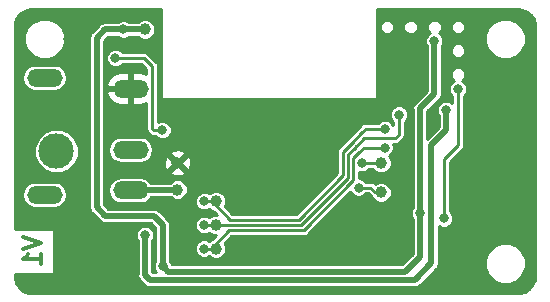
<source format=gbr>
G04 #@! TF.GenerationSoftware,KiCad,Pcbnew,5.0.1*
G04 #@! TF.CreationDate,2019-01-30T16:31:46+01:00*
G04 #@! TF.ProjectId,esp8266_rgb_strip_controller,657370383236365F736578795F737472,rev?*
G04 #@! TF.SameCoordinates,Original*
G04 #@! TF.FileFunction,Copper,L2,Bot,Signal*
G04 #@! TF.FilePolarity,Positive*
%FSLAX46Y46*%
G04 Gerber Fmt 4.6, Leading zero omitted, Abs format (unit mm)*
G04 Created by KiCad (PCBNEW 5.0.1) date Wed 30 Jan 2019 04:31:46 PM CET*
%MOMM*%
%LPD*%
G01*
G04 APERTURE LIST*
G04 #@! TA.AperFunction,NonConductor*
%ADD10C,0.300000*%
G04 #@! TD*
G04 #@! TA.AperFunction,ComponentPad*
%ADD11O,3.000000X1.500000*%
G04 #@! TD*
G04 #@! TA.AperFunction,ComponentPad*
%ADD12C,3.000000*%
G04 #@! TD*
G04 #@! TA.AperFunction,BGAPad,CuDef*
%ADD13C,1.000000*%
G04 #@! TD*
G04 #@! TA.AperFunction,ViaPad*
%ADD14C,0.800000*%
G04 #@! TD*
G04 #@! TA.AperFunction,Conductor*
%ADD15C,0.500000*%
G04 #@! TD*
G04 #@! TA.AperFunction,Conductor*
%ADD16C,0.250000*%
G04 #@! TD*
G04 APERTURE END LIST*
D10*
X96178571Y-78785714D02*
X97678571Y-79285714D01*
X96178571Y-79785714D01*
X97678571Y-81071428D02*
X97678571Y-80214285D01*
X97678571Y-80642857D02*
X96178571Y-80642857D01*
X96392857Y-80500000D01*
X96535714Y-80357142D01*
X96607142Y-80214285D01*
D11*
G04 #@! TO.P,J1,1*
G04 #@! TO.N,+12V*
X105300000Y-74800000D03*
G04 #@! TO.P,J1,2*
G04 #@! TO.N,GND*
X105300000Y-66200000D03*
G04 #@! TO.P,J1,3*
G04 #@! TO.N,N/C*
X105300000Y-71400000D03*
G04 #@! TO.P,J1,*
G04 #@! TO.N,*
X98000000Y-65300000D03*
X98000000Y-75200000D03*
D12*
X99000000Y-71500000D03*
G04 #@! TD*
D13*
G04 #@! TO.P,TP1,1*
G04 #@! TO.N,Net-(TP1-Pad1)*
X126500000Y-75000000D03*
G04 #@! TD*
G04 #@! TO.P,TP2,1*
G04 #@! TO.N,Net-(TP2-Pad1)*
X126500000Y-72500000D03*
G04 #@! TD*
G04 #@! TO.P,TP3,1*
G04 #@! TO.N,PWM1*
X112500000Y-77750000D03*
G04 #@! TD*
G04 #@! TO.P,TP4,1*
G04 #@! TO.N,PWM2*
X112500000Y-79750000D03*
G04 #@! TD*
G04 #@! TO.P,TP5,1*
G04 #@! TO.N,PWM0*
X112500000Y-75750000D03*
G04 #@! TD*
G04 #@! TO.P,TP6,1*
G04 #@! TO.N,+12V*
X109250000Y-74750000D03*
G04 #@! TD*
G04 #@! TO.P,TP7,1*
G04 #@! TO.N,+3V3*
X106500000Y-61200000D03*
G04 #@! TD*
G04 #@! TO.P,TP8,1*
G04 #@! TO.N,GND*
X109250000Y-72500000D03*
G04 #@! TD*
D14*
G04 #@! TO.N,+12V*
X106500000Y-78575000D03*
X132000000Y-68000000D03*
G04 #@! TO.N,GND*
X100000000Y-60000000D03*
X102000000Y-60000000D03*
X134000000Y-78500000D03*
X100000000Y-62000000D03*
X105300000Y-68100000D03*
X101000000Y-77500000D03*
X101000000Y-82500000D03*
X99000000Y-82500000D03*
X99000000Y-77500000D03*
X116000000Y-73500000D03*
X120000000Y-69500000D03*
X116000000Y-69500000D03*
X112000000Y-69500000D03*
X132000000Y-83000000D03*
X96000000Y-67000000D03*
X96000000Y-69000000D03*
X96000000Y-71000000D03*
X96000000Y-73000000D03*
X96000000Y-77000000D03*
X98000000Y-69000000D03*
X98000000Y-67000000D03*
X100000000Y-67000000D03*
X100000000Y-69000000D03*
X120000000Y-73500000D03*
X120000000Y-79500000D03*
X116000000Y-79500000D03*
X131750000Y-78500000D03*
X127987347Y-74487347D03*
G04 #@! TO.N,+3V3*
X108000000Y-81212500D03*
X129787500Y-76750000D03*
X131000000Y-62150000D03*
X104675000Y-61200000D03*
G04 #@! TO.N,PWM0*
X111500000Y-75750000D03*
X126800000Y-69600000D03*
G04 #@! TO.N,PWM2*
X111500000Y-79750000D03*
X126800000Y-71200000D03*
G04 #@! TO.N,PWM1*
X111500000Y-77750000D03*
X128000000Y-68400000D03*
G04 #@! TO.N,ADC*
X107975000Y-69737347D03*
X104000000Y-63600000D03*
G04 #@! TO.N,Net-(J4-Pad1)*
X133000000Y-66250000D03*
X131800000Y-77200000D03*
G04 #@! TO.N,Net-(TP1-Pad1)*
X124580858Y-74580858D03*
G04 #@! TO.N,Net-(TP2-Pad1)*
X124875020Y-72500000D03*
G04 #@! TD*
D15*
G04 #@! TO.N,+12V*
X109200000Y-74800000D02*
X109250000Y-74750000D01*
X105300000Y-74800000D02*
X109200000Y-74800000D01*
X106500000Y-78575000D02*
X106500000Y-82000000D01*
X106900020Y-82400020D02*
X129349980Y-82400020D01*
X106500000Y-82000000D02*
X106900020Y-82400020D01*
X129349980Y-82400020D02*
X130750000Y-81000000D01*
X132000000Y-69750000D02*
X130750000Y-71000000D01*
X132000000Y-68000000D02*
X132000000Y-69750000D01*
X130750000Y-81000000D02*
X130750000Y-71000000D01*
G04 #@! TO.N,+3V3*
X130949999Y-62200001D02*
X131000000Y-62150000D01*
X131000000Y-64000000D02*
X131000000Y-62150000D01*
X131000000Y-66658002D02*
X131000000Y-64000000D01*
X104675000Y-61200000D02*
X106500000Y-61200000D01*
X129787500Y-67870502D02*
X130750000Y-66908002D01*
X129787500Y-76750000D02*
X129787500Y-67870502D01*
X130400000Y-67258002D02*
X130750000Y-66908002D01*
X130750000Y-66908002D02*
X131000000Y-66658002D01*
X108487510Y-81700010D02*
X108000000Y-81212500D01*
X129787500Y-80462500D02*
X128549990Y-81700010D01*
X128549990Y-81700010D02*
X108487510Y-81700010D01*
X129787500Y-76750000D02*
X129787500Y-80462500D01*
X108000000Y-77750000D02*
X108000000Y-81212500D01*
X104675000Y-61200000D02*
X103100000Y-61200000D01*
X103100000Y-61200000D02*
X102400000Y-61900000D01*
X103150000Y-77000000D02*
X107250000Y-77000000D01*
X102400000Y-61900000D02*
X102400000Y-76250000D01*
X102400000Y-76250000D02*
X103150000Y-77000000D01*
X107250000Y-77000000D02*
X108000000Y-77750000D01*
D16*
G04 #@! TO.N,PWM0*
X113700000Y-77300000D02*
X119500000Y-77300000D01*
X124000000Y-70786388D02*
X124886388Y-69900000D01*
X112150000Y-75750000D02*
X113700000Y-77300000D01*
X111500000Y-75750000D02*
X112150000Y-75750000D01*
X119500000Y-77300000D02*
X123250000Y-73550000D01*
X123250000Y-73550000D02*
X123250000Y-71536388D01*
X123250000Y-71536388D02*
X124000000Y-70786388D01*
X125186388Y-69600000D02*
X124786388Y-70000000D01*
X126800000Y-69600000D02*
X125186388Y-69600000D01*
X124000000Y-70786388D02*
X124786388Y-70000000D01*
G04 #@! TO.N,PWM2*
X112065685Y-79750000D02*
X111500000Y-79750000D01*
X124150020Y-72099980D02*
X124150020Y-73986390D01*
X124150020Y-73986390D02*
X119936400Y-78200010D01*
X119936400Y-78200010D02*
X113615675Y-78200010D01*
X113615675Y-78200010D02*
X112065685Y-79750000D01*
X125050000Y-71200000D02*
X124650000Y-71600000D01*
X124850000Y-71400000D02*
X124650000Y-71600000D01*
X126800000Y-71200000D02*
X125050000Y-71200000D01*
X124650000Y-71600000D02*
X124150020Y-72099980D01*
G04 #@! TO.N,PWM1*
X111500000Y-77750000D02*
X119750000Y-77750000D01*
X119750000Y-77750000D02*
X123700010Y-73799990D01*
X123700010Y-73799990D02*
X123700010Y-72000000D01*
X123700010Y-72000000D02*
X123700010Y-71799990D01*
X123700010Y-71734305D02*
X123700010Y-72000000D01*
X128000000Y-68400000D02*
X128000000Y-70100000D01*
X127700000Y-70400000D02*
X126800000Y-70400000D01*
X128000000Y-70100000D02*
X127700000Y-70400000D01*
X125078596Y-70400000D02*
X124200000Y-71278596D01*
X126800000Y-70400000D02*
X125078596Y-70400000D01*
X124395950Y-71100000D02*
X124200000Y-71278596D01*
X124200000Y-71278596D02*
X123700010Y-71734305D01*
G04 #@! TO.N,ADC*
X106400000Y-63600000D02*
X104000000Y-63600000D01*
X107125010Y-64325010D02*
X106400000Y-63600000D01*
X107125010Y-69599704D02*
X107125010Y-64325010D01*
X107975000Y-69737347D02*
X107262653Y-69737347D01*
X107262653Y-69737347D02*
X107125010Y-69599704D01*
G04 #@! TO.N,Net-(J4-Pad1)*
X131800000Y-77200000D02*
X131795001Y-76795001D01*
X133000000Y-66250000D02*
X133000000Y-71000000D01*
X131800000Y-72200000D02*
X131800000Y-77200000D01*
X133000000Y-71000000D02*
X131800000Y-72200000D01*
G04 #@! TO.N,Net-(TP1-Pad1)*
X125580858Y-74580858D02*
X126000000Y-75000000D01*
X124580858Y-74580858D02*
X125580858Y-74580858D01*
G04 #@! TO.N,Net-(TP2-Pad1)*
X124875020Y-72500000D02*
X126000000Y-72500000D01*
G04 #@! TD*
G04 #@! TO.N,GND*
G36*
X96953221Y-59475000D02*
X107875000Y-59475000D01*
X107875000Y-67000000D01*
X107884515Y-67047835D01*
X107911612Y-67088388D01*
X107952165Y-67115485D01*
X108000000Y-67125000D01*
X126000000Y-67125000D01*
X126047835Y-67115485D01*
X126088388Y-67088388D01*
X126115485Y-67047835D01*
X126125000Y-67000000D01*
X126125000Y-60875680D01*
X126375000Y-60875680D01*
X126375000Y-61124320D01*
X126470151Y-61354034D01*
X126645966Y-61529849D01*
X126875680Y-61625000D01*
X127124320Y-61625000D01*
X127354034Y-61529849D01*
X127529849Y-61354034D01*
X127625000Y-61124320D01*
X127625000Y-60875680D01*
X128375000Y-60875680D01*
X128375000Y-61124320D01*
X128470151Y-61354034D01*
X128645966Y-61529849D01*
X128875680Y-61625000D01*
X129124320Y-61625000D01*
X129354034Y-61529849D01*
X129529849Y-61354034D01*
X129625000Y-61124320D01*
X129625000Y-60875680D01*
X129529849Y-60645966D01*
X129354034Y-60470151D01*
X129124320Y-60375000D01*
X128875680Y-60375000D01*
X128645966Y-60470151D01*
X128470151Y-60645966D01*
X128375000Y-60875680D01*
X127625000Y-60875680D01*
X127529849Y-60645966D01*
X127354034Y-60470151D01*
X127124320Y-60375000D01*
X126875680Y-60375000D01*
X126645966Y-60470151D01*
X126470151Y-60645966D01*
X126375000Y-60875680D01*
X126125000Y-60875680D01*
X126125000Y-59475000D01*
X138046779Y-59475000D01*
X138086851Y-59467029D01*
X138433745Y-59516708D01*
X138832621Y-59698066D01*
X139164564Y-59984087D01*
X139402887Y-60351776D01*
X139532892Y-60786480D01*
X139539766Y-60878988D01*
X139525000Y-60953222D01*
X139525001Y-82046779D01*
X139532971Y-82086848D01*
X139483292Y-82433746D01*
X139301935Y-82832620D01*
X139015912Y-83164565D01*
X138648228Y-83402886D01*
X138213520Y-83532892D01*
X138121012Y-83539766D01*
X138046779Y-83525000D01*
X96953221Y-83525000D01*
X96913149Y-83532971D01*
X96566254Y-83483292D01*
X96167380Y-83301935D01*
X95835435Y-83015912D01*
X95597114Y-82648228D01*
X95467108Y-82213520D01*
X95460234Y-82121012D01*
X95475000Y-82046779D01*
X95475000Y-81882143D01*
X98770000Y-81882143D01*
X98770000Y-78117857D01*
X95475000Y-78117857D01*
X95475000Y-75200000D01*
X96102960Y-75200000D01*
X96190273Y-75638953D01*
X96438920Y-76011080D01*
X96811047Y-76259727D01*
X97139197Y-76325000D01*
X98860803Y-76325000D01*
X99188953Y-76259727D01*
X99561080Y-76011080D01*
X99809727Y-75638953D01*
X99897040Y-75200000D01*
X99809727Y-74761047D01*
X99561080Y-74388920D01*
X99188953Y-74140273D01*
X98860803Y-74075000D01*
X97139197Y-74075000D01*
X96811047Y-74140273D01*
X96438920Y-74388920D01*
X96190273Y-74761047D01*
X96102960Y-75200000D01*
X95475000Y-75200000D01*
X95475000Y-71127039D01*
X97125000Y-71127039D01*
X97125000Y-71872961D01*
X97410452Y-72562102D01*
X97937898Y-73089548D01*
X98627039Y-73375000D01*
X99372961Y-73375000D01*
X100062102Y-73089548D01*
X100589548Y-72562102D01*
X100875000Y-71872961D01*
X100875000Y-71127039D01*
X100589548Y-70437898D01*
X100062102Y-69910452D01*
X99372961Y-69625000D01*
X98627039Y-69625000D01*
X97937898Y-69910452D01*
X97410452Y-70437898D01*
X97125000Y-71127039D01*
X95475000Y-71127039D01*
X95475000Y-65300000D01*
X96102960Y-65300000D01*
X96190273Y-65738953D01*
X96438920Y-66111080D01*
X96811047Y-66359727D01*
X97139197Y-66425000D01*
X98860803Y-66425000D01*
X99188953Y-66359727D01*
X99561080Y-66111080D01*
X99809727Y-65738953D01*
X99897040Y-65300000D01*
X99809727Y-64861047D01*
X99561080Y-64488920D01*
X99188953Y-64240273D01*
X98860803Y-64175000D01*
X97139197Y-64175000D01*
X96811047Y-64240273D01*
X96438920Y-64488920D01*
X96190273Y-64861047D01*
X96102960Y-65300000D01*
X95475000Y-65300000D01*
X95475000Y-61656876D01*
X96275000Y-61656876D01*
X96275000Y-62343124D01*
X96537615Y-62977134D01*
X97022866Y-63462385D01*
X97656876Y-63725000D01*
X98343124Y-63725000D01*
X98977134Y-63462385D01*
X99462385Y-62977134D01*
X99725000Y-62343124D01*
X99725000Y-61900000D01*
X101762756Y-61900000D01*
X101775000Y-61961555D01*
X101775001Y-76188440D01*
X101762756Y-76250000D01*
X101811263Y-76493862D01*
X101811264Y-76493863D01*
X101949401Y-76700600D01*
X102001588Y-76735470D01*
X102664529Y-77398412D01*
X102699400Y-77450600D01*
X102906137Y-77588737D01*
X103088445Y-77625000D01*
X103149999Y-77637244D01*
X103211553Y-77625000D01*
X106991118Y-77625000D01*
X107375000Y-78008883D01*
X107375001Y-80741484D01*
X107342987Y-80773498D01*
X107225000Y-81058343D01*
X107225000Y-81366657D01*
X107342987Y-81651502D01*
X107466505Y-81775020D01*
X107158903Y-81775020D01*
X107125000Y-81741118D01*
X107125000Y-79046015D01*
X107157013Y-79014002D01*
X107275000Y-78729157D01*
X107275000Y-78420843D01*
X107157013Y-78135998D01*
X106939002Y-77917987D01*
X106654157Y-77800000D01*
X106345843Y-77800000D01*
X106060998Y-77917987D01*
X105842987Y-78135998D01*
X105725000Y-78420843D01*
X105725000Y-78729157D01*
X105842987Y-79014002D01*
X105875000Y-79046015D01*
X105875001Y-81938440D01*
X105862756Y-82000000D01*
X105911263Y-82243862D01*
X105927229Y-82267756D01*
X106049401Y-82450600D01*
X106101588Y-82485470D01*
X106414549Y-82798432D01*
X106449420Y-82850620D01*
X106633841Y-82973846D01*
X106656157Y-82988757D01*
X106900020Y-83037264D01*
X106961575Y-83025020D01*
X129288425Y-83025020D01*
X129349980Y-83037264D01*
X129411535Y-83025020D01*
X129593843Y-82988757D01*
X129800580Y-82850620D01*
X129835452Y-82798430D01*
X131148413Y-81485470D01*
X131200600Y-81450600D01*
X131338737Y-81243863D01*
X131375000Y-81061555D01*
X131375000Y-81061554D01*
X131387244Y-81000001D01*
X131375000Y-80938447D01*
X131375000Y-80656876D01*
X135275000Y-80656876D01*
X135275000Y-81343124D01*
X135537615Y-81977134D01*
X136022866Y-82462385D01*
X136656876Y-82725000D01*
X137343124Y-82725000D01*
X137977134Y-82462385D01*
X138462385Y-81977134D01*
X138725000Y-81343124D01*
X138725000Y-80656876D01*
X138462385Y-80022866D01*
X137977134Y-79537615D01*
X137343124Y-79275000D01*
X136656876Y-79275000D01*
X136022866Y-79537615D01*
X135537615Y-80022866D01*
X135275000Y-80656876D01*
X131375000Y-80656876D01*
X131375000Y-77862813D01*
X131645843Y-77975000D01*
X131954157Y-77975000D01*
X132239002Y-77857013D01*
X132457013Y-77639002D01*
X132575000Y-77354157D01*
X132575000Y-77045843D01*
X132457013Y-76760998D01*
X132300000Y-76603985D01*
X132300000Y-72407106D01*
X133318732Y-71388375D01*
X133360480Y-71360480D01*
X133470989Y-71195090D01*
X133500000Y-71049243D01*
X133500000Y-71049242D01*
X133509795Y-71000001D01*
X133500000Y-70950760D01*
X133500000Y-66846015D01*
X133657013Y-66689002D01*
X133775000Y-66404157D01*
X133775000Y-66095843D01*
X133657013Y-65810998D01*
X133439002Y-65592987D01*
X133320304Y-65543821D01*
X133354034Y-65529849D01*
X133529849Y-65354034D01*
X133625000Y-65124320D01*
X133625000Y-64875680D01*
X133529849Y-64645966D01*
X133354034Y-64470151D01*
X133124320Y-64375000D01*
X132875680Y-64375000D01*
X132645966Y-64470151D01*
X132470151Y-64645966D01*
X132375000Y-64875680D01*
X132375000Y-65124320D01*
X132470151Y-65354034D01*
X132645966Y-65529849D01*
X132679696Y-65543821D01*
X132560998Y-65592987D01*
X132342987Y-65810998D01*
X132225000Y-66095843D01*
X132225000Y-66404157D01*
X132342987Y-66689002D01*
X132500000Y-66846015D01*
X132500000Y-67403985D01*
X132439002Y-67342987D01*
X132154157Y-67225000D01*
X131845843Y-67225000D01*
X131560998Y-67342987D01*
X131342987Y-67560998D01*
X131225000Y-67845843D01*
X131225000Y-68154157D01*
X131342987Y-68439002D01*
X131375000Y-68471015D01*
X131375001Y-69491116D01*
X130412500Y-70453618D01*
X130412500Y-68129384D01*
X131235468Y-67306418D01*
X131235472Y-67306413D01*
X131398412Y-67143473D01*
X131450600Y-67108602D01*
X131588737Y-66901865D01*
X131625000Y-66719557D01*
X131625000Y-66719556D01*
X131637244Y-66658003D01*
X131625000Y-66596449D01*
X131625000Y-62875680D01*
X132375000Y-62875680D01*
X132375000Y-63124320D01*
X132470151Y-63354034D01*
X132645966Y-63529849D01*
X132875680Y-63625000D01*
X133124320Y-63625000D01*
X133354034Y-63529849D01*
X133529849Y-63354034D01*
X133625000Y-63124320D01*
X133625000Y-62875680D01*
X133529849Y-62645966D01*
X133354034Y-62470151D01*
X133124320Y-62375000D01*
X132875680Y-62375000D01*
X132645966Y-62470151D01*
X132470151Y-62645966D01*
X132375000Y-62875680D01*
X131625000Y-62875680D01*
X131625000Y-62621015D01*
X131657013Y-62589002D01*
X131775000Y-62304157D01*
X131775000Y-61995843D01*
X131657013Y-61710998D01*
X131602891Y-61656876D01*
X135275000Y-61656876D01*
X135275000Y-62343124D01*
X135537615Y-62977134D01*
X136022866Y-63462385D01*
X136656876Y-63725000D01*
X137343124Y-63725000D01*
X137977134Y-63462385D01*
X138462385Y-62977134D01*
X138725000Y-62343124D01*
X138725000Y-61656876D01*
X138462385Y-61022866D01*
X137977134Y-60537615D01*
X137343124Y-60275000D01*
X136656876Y-60275000D01*
X136022866Y-60537615D01*
X135537615Y-61022866D01*
X135275000Y-61656876D01*
X131602891Y-61656876D01*
X131439002Y-61492987D01*
X131404986Y-61478897D01*
X131529849Y-61354034D01*
X131625000Y-61124320D01*
X131625000Y-60875680D01*
X132375000Y-60875680D01*
X132375000Y-61124320D01*
X132470151Y-61354034D01*
X132645966Y-61529849D01*
X132875680Y-61625000D01*
X133124320Y-61625000D01*
X133354034Y-61529849D01*
X133529849Y-61354034D01*
X133625000Y-61124320D01*
X133625000Y-60875680D01*
X133529849Y-60645966D01*
X133354034Y-60470151D01*
X133124320Y-60375000D01*
X132875680Y-60375000D01*
X132645966Y-60470151D01*
X132470151Y-60645966D01*
X132375000Y-60875680D01*
X131625000Y-60875680D01*
X131529849Y-60645966D01*
X131354034Y-60470151D01*
X131124320Y-60375000D01*
X130875680Y-60375000D01*
X130645966Y-60470151D01*
X130470151Y-60645966D01*
X130375000Y-60875680D01*
X130375000Y-61124320D01*
X130470151Y-61354034D01*
X130595014Y-61478897D01*
X130560998Y-61492987D01*
X130342987Y-61710998D01*
X130225000Y-61995843D01*
X130225000Y-62304157D01*
X130342987Y-62589002D01*
X130375001Y-62621016D01*
X130375000Y-64061554D01*
X130375001Y-64061559D01*
X130375000Y-66399120D01*
X130351589Y-66422530D01*
X130351584Y-66422534D01*
X129389088Y-67385032D01*
X129336901Y-67419902D01*
X129242624Y-67560998D01*
X129198763Y-67626640D01*
X129150256Y-67870502D01*
X129162501Y-67932062D01*
X129162500Y-76278985D01*
X129130487Y-76310998D01*
X129012500Y-76595843D01*
X129012500Y-76904157D01*
X129130487Y-77189002D01*
X129162500Y-77221015D01*
X129162501Y-80203615D01*
X128291108Y-81075010D01*
X108775000Y-81075010D01*
X108775000Y-81058343D01*
X108657013Y-80773498D01*
X108625000Y-80741485D01*
X108625000Y-77811553D01*
X108637244Y-77749999D01*
X108624986Y-77688373D01*
X108588737Y-77506137D01*
X108450600Y-77299400D01*
X108398413Y-77264530D01*
X107735472Y-76601590D01*
X107700600Y-76549400D01*
X107493863Y-76411263D01*
X107311555Y-76375000D01*
X107250000Y-76362756D01*
X107188445Y-76375000D01*
X103408883Y-76375000D01*
X103025000Y-75991118D01*
X103025000Y-74800000D01*
X103402960Y-74800000D01*
X103490273Y-75238953D01*
X103738920Y-75611080D01*
X104111047Y-75859727D01*
X104439197Y-75925000D01*
X106160803Y-75925000D01*
X106488953Y-75859727D01*
X106861080Y-75611080D01*
X106985415Y-75425000D01*
X108687563Y-75425000D01*
X108754352Y-75491789D01*
X109075952Y-75625000D01*
X109424048Y-75625000D01*
X109494439Y-75595843D01*
X110725000Y-75595843D01*
X110725000Y-75904157D01*
X110842987Y-76189002D01*
X111060998Y-76407013D01*
X111345843Y-76525000D01*
X111654157Y-76525000D01*
X111925266Y-76412703D01*
X112004352Y-76491789D01*
X112312196Y-76619302D01*
X112567894Y-76875000D01*
X112325952Y-76875000D01*
X112004352Y-77008211D01*
X111925266Y-77087297D01*
X111654157Y-76975000D01*
X111345843Y-76975000D01*
X111060998Y-77092987D01*
X110842987Y-77310998D01*
X110725000Y-77595843D01*
X110725000Y-77904157D01*
X110842987Y-78189002D01*
X111060998Y-78407013D01*
X111345843Y-78525000D01*
X111654157Y-78525000D01*
X111925266Y-78412703D01*
X112004352Y-78491789D01*
X112325952Y-78625000D01*
X112483579Y-78625000D01*
X112168261Y-78940318D01*
X112004352Y-79008211D01*
X111925266Y-79087297D01*
X111654157Y-78975000D01*
X111345843Y-78975000D01*
X111060998Y-79092987D01*
X110842987Y-79310998D01*
X110725000Y-79595843D01*
X110725000Y-79904157D01*
X110842987Y-80189002D01*
X111060998Y-80407013D01*
X111345843Y-80525000D01*
X111654157Y-80525000D01*
X111925266Y-80412703D01*
X112004352Y-80491789D01*
X112325952Y-80625000D01*
X112674048Y-80625000D01*
X112995648Y-80491789D01*
X113241789Y-80245648D01*
X113375000Y-79924048D01*
X113375000Y-79575952D01*
X113249595Y-79273197D01*
X113822782Y-78700010D01*
X119887159Y-78700010D01*
X119936400Y-78709805D01*
X119985641Y-78700010D01*
X119985643Y-78700010D01*
X120131490Y-78670999D01*
X120296880Y-78560490D01*
X120324777Y-78518739D01*
X123894501Y-74949016D01*
X123923845Y-75019860D01*
X124141856Y-75237871D01*
X124426701Y-75355858D01*
X124735015Y-75355858D01*
X125019860Y-75237871D01*
X125176873Y-75080858D01*
X125373752Y-75080858D01*
X125681266Y-75388373D01*
X125726217Y-75418408D01*
X125758211Y-75495648D01*
X126004352Y-75741789D01*
X126325952Y-75875000D01*
X126674048Y-75875000D01*
X126995648Y-75741789D01*
X127241789Y-75495648D01*
X127375000Y-75174048D01*
X127375000Y-74825952D01*
X127241789Y-74504352D01*
X126995648Y-74258211D01*
X126674048Y-74125000D01*
X126325952Y-74125000D01*
X126004352Y-74258211D01*
X125984835Y-74277728D01*
X125969234Y-74262128D01*
X125941338Y-74220378D01*
X125775948Y-74109869D01*
X125630101Y-74080858D01*
X125630099Y-74080858D01*
X125580858Y-74071063D01*
X125531617Y-74080858D01*
X125176873Y-74080858D01*
X125019860Y-73923845D01*
X124735015Y-73805858D01*
X124650020Y-73805858D01*
X124650020Y-73245656D01*
X124720863Y-73275000D01*
X125029177Y-73275000D01*
X125314022Y-73157013D01*
X125471035Y-73000000D01*
X125762563Y-73000000D01*
X126004352Y-73241789D01*
X126325952Y-73375000D01*
X126674048Y-73375000D01*
X126995648Y-73241789D01*
X127241789Y-72995648D01*
X127375000Y-72674048D01*
X127375000Y-72325952D01*
X127241789Y-72004352D01*
X127136788Y-71899351D01*
X127239002Y-71857013D01*
X127457013Y-71639002D01*
X127575000Y-71354157D01*
X127575000Y-71045843D01*
X127514590Y-70900000D01*
X127650759Y-70900000D01*
X127700000Y-70909795D01*
X127749241Y-70900000D01*
X127749243Y-70900000D01*
X127895090Y-70870989D01*
X128060480Y-70760480D01*
X128088377Y-70718729D01*
X128318729Y-70488377D01*
X128360480Y-70460480D01*
X128470989Y-70295090D01*
X128500000Y-70149243D01*
X128500000Y-70149242D01*
X128509795Y-70100001D01*
X128500000Y-70050759D01*
X128500000Y-68996015D01*
X128657013Y-68839002D01*
X128775000Y-68554157D01*
X128775000Y-68245843D01*
X128657013Y-67960998D01*
X128439002Y-67742987D01*
X128154157Y-67625000D01*
X127845843Y-67625000D01*
X127560998Y-67742987D01*
X127342987Y-67960998D01*
X127225000Y-68245843D01*
X127225000Y-68554157D01*
X127342987Y-68839002D01*
X127500000Y-68996015D01*
X127500001Y-69264779D01*
X127457013Y-69160998D01*
X127239002Y-68942987D01*
X126954157Y-68825000D01*
X126645843Y-68825000D01*
X126360998Y-68942987D01*
X126203985Y-69100000D01*
X125235628Y-69100000D01*
X125186387Y-69090205D01*
X125137146Y-69100000D01*
X125137145Y-69100000D01*
X124991298Y-69129011D01*
X124825908Y-69239520D01*
X124798013Y-69281268D01*
X124567656Y-69511626D01*
X124567654Y-69511627D01*
X124467654Y-69611627D01*
X124008589Y-70070693D01*
X123681269Y-70398013D01*
X123681266Y-70398015D01*
X122931268Y-71148014D01*
X122889521Y-71175908D01*
X122820908Y-71278596D01*
X122779012Y-71341298D01*
X122740205Y-71536388D01*
X122750001Y-71585634D01*
X122750000Y-73342893D01*
X119292894Y-76800000D01*
X113907107Y-76800000D01*
X113274290Y-76167184D01*
X113375000Y-75924048D01*
X113375000Y-75575952D01*
X113241789Y-75254352D01*
X112995648Y-75008211D01*
X112674048Y-74875000D01*
X112325952Y-74875000D01*
X112004352Y-75008211D01*
X111925266Y-75087297D01*
X111654157Y-74975000D01*
X111345843Y-74975000D01*
X111060998Y-75092987D01*
X110842987Y-75310998D01*
X110725000Y-75595843D01*
X109494439Y-75595843D01*
X109745648Y-75491789D01*
X109991789Y-75245648D01*
X110125000Y-74924048D01*
X110125000Y-74575952D01*
X109991789Y-74254352D01*
X109745648Y-74008211D01*
X109424048Y-73875000D01*
X109075952Y-73875000D01*
X108754352Y-74008211D01*
X108587563Y-74175000D01*
X106985415Y-74175000D01*
X106861080Y-73988920D01*
X106488953Y-73740273D01*
X106160803Y-73675000D01*
X104439197Y-73675000D01*
X104111047Y-73740273D01*
X103738920Y-73988920D01*
X103490273Y-74361047D01*
X103402960Y-74800000D01*
X103025000Y-74800000D01*
X103025000Y-73290238D01*
X108642195Y-73290238D01*
X108679602Y-73504553D01*
X109107447Y-73646368D01*
X109556994Y-73613659D01*
X109820398Y-73504553D01*
X109857805Y-73290238D01*
X109250000Y-72682434D01*
X108642195Y-73290238D01*
X103025000Y-73290238D01*
X103025000Y-71400000D01*
X103402960Y-71400000D01*
X103490273Y-71838953D01*
X103738920Y-72211080D01*
X104111047Y-72459727D01*
X104439197Y-72525000D01*
X106160803Y-72525000D01*
X106488953Y-72459727D01*
X106642026Y-72357447D01*
X108103632Y-72357447D01*
X108136341Y-72806994D01*
X108245447Y-73070398D01*
X108459762Y-73107805D01*
X109067566Y-72500000D01*
X109432434Y-72500000D01*
X110040238Y-73107805D01*
X110254553Y-73070398D01*
X110396368Y-72642553D01*
X110363659Y-72193006D01*
X110254553Y-71929602D01*
X110040238Y-71892195D01*
X109432434Y-72500000D01*
X109067566Y-72500000D01*
X108459762Y-71892195D01*
X108245447Y-71929602D01*
X108103632Y-72357447D01*
X106642026Y-72357447D01*
X106861080Y-72211080D01*
X107109727Y-71838953D01*
X107135424Y-71709762D01*
X108642195Y-71709762D01*
X109250000Y-72317566D01*
X109857805Y-71709762D01*
X109820398Y-71495447D01*
X109392553Y-71353632D01*
X108943006Y-71386341D01*
X108679602Y-71495447D01*
X108642195Y-71709762D01*
X107135424Y-71709762D01*
X107197040Y-71400000D01*
X107109727Y-70961047D01*
X106861080Y-70588920D01*
X106488953Y-70340273D01*
X106160803Y-70275000D01*
X104439197Y-70275000D01*
X104111047Y-70340273D01*
X103738920Y-70588920D01*
X103490273Y-70961047D01*
X103402960Y-71400000D01*
X103025000Y-71400000D01*
X103025000Y-66542818D01*
X103210162Y-66542818D01*
X103222908Y-66610071D01*
X103480854Y-67086712D01*
X103901568Y-67428359D01*
X104421000Y-67583000D01*
X105171000Y-67583000D01*
X105171000Y-66329000D01*
X103332063Y-66329000D01*
X103210162Y-66542818D01*
X103025000Y-66542818D01*
X103025000Y-65857182D01*
X103210162Y-65857182D01*
X103332063Y-66071000D01*
X105171000Y-66071000D01*
X105171000Y-64817000D01*
X104421000Y-64817000D01*
X103901568Y-64971641D01*
X103480854Y-65313288D01*
X103222908Y-65789929D01*
X103210162Y-65857182D01*
X103025000Y-65857182D01*
X103025000Y-63445843D01*
X103225000Y-63445843D01*
X103225000Y-63754157D01*
X103342987Y-64039002D01*
X103560998Y-64257013D01*
X103845843Y-64375000D01*
X104154157Y-64375000D01*
X104439002Y-64257013D01*
X104596015Y-64100000D01*
X106192894Y-64100000D01*
X106625011Y-64532118D01*
X106625011Y-64949783D01*
X106179000Y-64817000D01*
X105429000Y-64817000D01*
X105429000Y-66071000D01*
X105449000Y-66071000D01*
X105449000Y-66329000D01*
X105429000Y-66329000D01*
X105429000Y-67583000D01*
X106179000Y-67583000D01*
X106625010Y-67450217D01*
X106625010Y-69550463D01*
X106615215Y-69599704D01*
X106625010Y-69648945D01*
X106625010Y-69648946D01*
X106654021Y-69794793D01*
X106764530Y-69960184D01*
X106806281Y-69988081D01*
X106874276Y-70056076D01*
X106902173Y-70097827D01*
X107067563Y-70208336D01*
X107213410Y-70237347D01*
X107213411Y-70237347D01*
X107262653Y-70247142D01*
X107311896Y-70237347D01*
X107378985Y-70237347D01*
X107535998Y-70394360D01*
X107820843Y-70512347D01*
X108129157Y-70512347D01*
X108414002Y-70394360D01*
X108632013Y-70176349D01*
X108750000Y-69891504D01*
X108750000Y-69583190D01*
X108632013Y-69298345D01*
X108414002Y-69080334D01*
X108129157Y-68962347D01*
X107820843Y-68962347D01*
X107625010Y-69043464D01*
X107625010Y-64374251D01*
X107634805Y-64325010D01*
X107625010Y-64275767D01*
X107595999Y-64129920D01*
X107485490Y-63964530D01*
X107443742Y-63936635D01*
X106788376Y-63281270D01*
X106760480Y-63239520D01*
X106595090Y-63129011D01*
X106449243Y-63100000D01*
X106449241Y-63100000D01*
X106400000Y-63090205D01*
X106350759Y-63100000D01*
X104596015Y-63100000D01*
X104439002Y-62942987D01*
X104154157Y-62825000D01*
X103845843Y-62825000D01*
X103560998Y-62942987D01*
X103342987Y-63160998D01*
X103225000Y-63445843D01*
X103025000Y-63445843D01*
X103025000Y-62158883D01*
X103358883Y-61825000D01*
X104203985Y-61825000D01*
X104235998Y-61857013D01*
X104520843Y-61975000D01*
X104829157Y-61975000D01*
X105114002Y-61857013D01*
X105146015Y-61825000D01*
X105887563Y-61825000D01*
X106004352Y-61941789D01*
X106325952Y-62075000D01*
X106674048Y-62075000D01*
X106995648Y-61941789D01*
X107241789Y-61695648D01*
X107375000Y-61374048D01*
X107375000Y-61025952D01*
X107241789Y-60704352D01*
X106995648Y-60458211D01*
X106674048Y-60325000D01*
X106325952Y-60325000D01*
X106004352Y-60458211D01*
X105887563Y-60575000D01*
X105146015Y-60575000D01*
X105114002Y-60542987D01*
X104829157Y-60425000D01*
X104520843Y-60425000D01*
X104235998Y-60542987D01*
X104203985Y-60575000D01*
X103161553Y-60575000D01*
X103099999Y-60562756D01*
X103038445Y-60575000D01*
X102856137Y-60611263D01*
X102649400Y-60749400D01*
X102614531Y-60801585D01*
X102001590Y-61414528D01*
X101949400Y-61449400D01*
X101849831Y-61598417D01*
X101811263Y-61656138D01*
X101762756Y-61900000D01*
X99725000Y-61900000D01*
X99725000Y-61656876D01*
X99462385Y-61022866D01*
X98977134Y-60537615D01*
X98343124Y-60275000D01*
X97656876Y-60275000D01*
X97022866Y-60537615D01*
X96537615Y-61022866D01*
X96275000Y-61656876D01*
X95475000Y-61656876D01*
X95475000Y-60953221D01*
X95467029Y-60913149D01*
X95516708Y-60566255D01*
X95698066Y-60167379D01*
X95984087Y-59835436D01*
X96351776Y-59597113D01*
X96786480Y-59467108D01*
X96878988Y-59460234D01*
X96953221Y-59475000D01*
X96953221Y-59475000D01*
G37*
X96953221Y-59475000D02*
X107875000Y-59475000D01*
X107875000Y-67000000D01*
X107884515Y-67047835D01*
X107911612Y-67088388D01*
X107952165Y-67115485D01*
X108000000Y-67125000D01*
X126000000Y-67125000D01*
X126047835Y-67115485D01*
X126088388Y-67088388D01*
X126115485Y-67047835D01*
X126125000Y-67000000D01*
X126125000Y-60875680D01*
X126375000Y-60875680D01*
X126375000Y-61124320D01*
X126470151Y-61354034D01*
X126645966Y-61529849D01*
X126875680Y-61625000D01*
X127124320Y-61625000D01*
X127354034Y-61529849D01*
X127529849Y-61354034D01*
X127625000Y-61124320D01*
X127625000Y-60875680D01*
X128375000Y-60875680D01*
X128375000Y-61124320D01*
X128470151Y-61354034D01*
X128645966Y-61529849D01*
X128875680Y-61625000D01*
X129124320Y-61625000D01*
X129354034Y-61529849D01*
X129529849Y-61354034D01*
X129625000Y-61124320D01*
X129625000Y-60875680D01*
X129529849Y-60645966D01*
X129354034Y-60470151D01*
X129124320Y-60375000D01*
X128875680Y-60375000D01*
X128645966Y-60470151D01*
X128470151Y-60645966D01*
X128375000Y-60875680D01*
X127625000Y-60875680D01*
X127529849Y-60645966D01*
X127354034Y-60470151D01*
X127124320Y-60375000D01*
X126875680Y-60375000D01*
X126645966Y-60470151D01*
X126470151Y-60645966D01*
X126375000Y-60875680D01*
X126125000Y-60875680D01*
X126125000Y-59475000D01*
X138046779Y-59475000D01*
X138086851Y-59467029D01*
X138433745Y-59516708D01*
X138832621Y-59698066D01*
X139164564Y-59984087D01*
X139402887Y-60351776D01*
X139532892Y-60786480D01*
X139539766Y-60878988D01*
X139525000Y-60953222D01*
X139525001Y-82046779D01*
X139532971Y-82086848D01*
X139483292Y-82433746D01*
X139301935Y-82832620D01*
X139015912Y-83164565D01*
X138648228Y-83402886D01*
X138213520Y-83532892D01*
X138121012Y-83539766D01*
X138046779Y-83525000D01*
X96953221Y-83525000D01*
X96913149Y-83532971D01*
X96566254Y-83483292D01*
X96167380Y-83301935D01*
X95835435Y-83015912D01*
X95597114Y-82648228D01*
X95467108Y-82213520D01*
X95460234Y-82121012D01*
X95475000Y-82046779D01*
X95475000Y-81882143D01*
X98770000Y-81882143D01*
X98770000Y-78117857D01*
X95475000Y-78117857D01*
X95475000Y-75200000D01*
X96102960Y-75200000D01*
X96190273Y-75638953D01*
X96438920Y-76011080D01*
X96811047Y-76259727D01*
X97139197Y-76325000D01*
X98860803Y-76325000D01*
X99188953Y-76259727D01*
X99561080Y-76011080D01*
X99809727Y-75638953D01*
X99897040Y-75200000D01*
X99809727Y-74761047D01*
X99561080Y-74388920D01*
X99188953Y-74140273D01*
X98860803Y-74075000D01*
X97139197Y-74075000D01*
X96811047Y-74140273D01*
X96438920Y-74388920D01*
X96190273Y-74761047D01*
X96102960Y-75200000D01*
X95475000Y-75200000D01*
X95475000Y-71127039D01*
X97125000Y-71127039D01*
X97125000Y-71872961D01*
X97410452Y-72562102D01*
X97937898Y-73089548D01*
X98627039Y-73375000D01*
X99372961Y-73375000D01*
X100062102Y-73089548D01*
X100589548Y-72562102D01*
X100875000Y-71872961D01*
X100875000Y-71127039D01*
X100589548Y-70437898D01*
X100062102Y-69910452D01*
X99372961Y-69625000D01*
X98627039Y-69625000D01*
X97937898Y-69910452D01*
X97410452Y-70437898D01*
X97125000Y-71127039D01*
X95475000Y-71127039D01*
X95475000Y-65300000D01*
X96102960Y-65300000D01*
X96190273Y-65738953D01*
X96438920Y-66111080D01*
X96811047Y-66359727D01*
X97139197Y-66425000D01*
X98860803Y-66425000D01*
X99188953Y-66359727D01*
X99561080Y-66111080D01*
X99809727Y-65738953D01*
X99897040Y-65300000D01*
X99809727Y-64861047D01*
X99561080Y-64488920D01*
X99188953Y-64240273D01*
X98860803Y-64175000D01*
X97139197Y-64175000D01*
X96811047Y-64240273D01*
X96438920Y-64488920D01*
X96190273Y-64861047D01*
X96102960Y-65300000D01*
X95475000Y-65300000D01*
X95475000Y-61656876D01*
X96275000Y-61656876D01*
X96275000Y-62343124D01*
X96537615Y-62977134D01*
X97022866Y-63462385D01*
X97656876Y-63725000D01*
X98343124Y-63725000D01*
X98977134Y-63462385D01*
X99462385Y-62977134D01*
X99725000Y-62343124D01*
X99725000Y-61900000D01*
X101762756Y-61900000D01*
X101775000Y-61961555D01*
X101775001Y-76188440D01*
X101762756Y-76250000D01*
X101811263Y-76493862D01*
X101811264Y-76493863D01*
X101949401Y-76700600D01*
X102001588Y-76735470D01*
X102664529Y-77398412D01*
X102699400Y-77450600D01*
X102906137Y-77588737D01*
X103088445Y-77625000D01*
X103149999Y-77637244D01*
X103211553Y-77625000D01*
X106991118Y-77625000D01*
X107375000Y-78008883D01*
X107375001Y-80741484D01*
X107342987Y-80773498D01*
X107225000Y-81058343D01*
X107225000Y-81366657D01*
X107342987Y-81651502D01*
X107466505Y-81775020D01*
X107158903Y-81775020D01*
X107125000Y-81741118D01*
X107125000Y-79046015D01*
X107157013Y-79014002D01*
X107275000Y-78729157D01*
X107275000Y-78420843D01*
X107157013Y-78135998D01*
X106939002Y-77917987D01*
X106654157Y-77800000D01*
X106345843Y-77800000D01*
X106060998Y-77917987D01*
X105842987Y-78135998D01*
X105725000Y-78420843D01*
X105725000Y-78729157D01*
X105842987Y-79014002D01*
X105875000Y-79046015D01*
X105875001Y-81938440D01*
X105862756Y-82000000D01*
X105911263Y-82243862D01*
X105927229Y-82267756D01*
X106049401Y-82450600D01*
X106101588Y-82485470D01*
X106414549Y-82798432D01*
X106449420Y-82850620D01*
X106633841Y-82973846D01*
X106656157Y-82988757D01*
X106900020Y-83037264D01*
X106961575Y-83025020D01*
X129288425Y-83025020D01*
X129349980Y-83037264D01*
X129411535Y-83025020D01*
X129593843Y-82988757D01*
X129800580Y-82850620D01*
X129835452Y-82798430D01*
X131148413Y-81485470D01*
X131200600Y-81450600D01*
X131338737Y-81243863D01*
X131375000Y-81061555D01*
X131375000Y-81061554D01*
X131387244Y-81000001D01*
X131375000Y-80938447D01*
X131375000Y-80656876D01*
X135275000Y-80656876D01*
X135275000Y-81343124D01*
X135537615Y-81977134D01*
X136022866Y-82462385D01*
X136656876Y-82725000D01*
X137343124Y-82725000D01*
X137977134Y-82462385D01*
X138462385Y-81977134D01*
X138725000Y-81343124D01*
X138725000Y-80656876D01*
X138462385Y-80022866D01*
X137977134Y-79537615D01*
X137343124Y-79275000D01*
X136656876Y-79275000D01*
X136022866Y-79537615D01*
X135537615Y-80022866D01*
X135275000Y-80656876D01*
X131375000Y-80656876D01*
X131375000Y-77862813D01*
X131645843Y-77975000D01*
X131954157Y-77975000D01*
X132239002Y-77857013D01*
X132457013Y-77639002D01*
X132575000Y-77354157D01*
X132575000Y-77045843D01*
X132457013Y-76760998D01*
X132300000Y-76603985D01*
X132300000Y-72407106D01*
X133318732Y-71388375D01*
X133360480Y-71360480D01*
X133470989Y-71195090D01*
X133500000Y-71049243D01*
X133500000Y-71049242D01*
X133509795Y-71000001D01*
X133500000Y-70950760D01*
X133500000Y-66846015D01*
X133657013Y-66689002D01*
X133775000Y-66404157D01*
X133775000Y-66095843D01*
X133657013Y-65810998D01*
X133439002Y-65592987D01*
X133320304Y-65543821D01*
X133354034Y-65529849D01*
X133529849Y-65354034D01*
X133625000Y-65124320D01*
X133625000Y-64875680D01*
X133529849Y-64645966D01*
X133354034Y-64470151D01*
X133124320Y-64375000D01*
X132875680Y-64375000D01*
X132645966Y-64470151D01*
X132470151Y-64645966D01*
X132375000Y-64875680D01*
X132375000Y-65124320D01*
X132470151Y-65354034D01*
X132645966Y-65529849D01*
X132679696Y-65543821D01*
X132560998Y-65592987D01*
X132342987Y-65810998D01*
X132225000Y-66095843D01*
X132225000Y-66404157D01*
X132342987Y-66689002D01*
X132500000Y-66846015D01*
X132500000Y-67403985D01*
X132439002Y-67342987D01*
X132154157Y-67225000D01*
X131845843Y-67225000D01*
X131560998Y-67342987D01*
X131342987Y-67560998D01*
X131225000Y-67845843D01*
X131225000Y-68154157D01*
X131342987Y-68439002D01*
X131375000Y-68471015D01*
X131375001Y-69491116D01*
X130412500Y-70453618D01*
X130412500Y-68129384D01*
X131235468Y-67306418D01*
X131235472Y-67306413D01*
X131398412Y-67143473D01*
X131450600Y-67108602D01*
X131588737Y-66901865D01*
X131625000Y-66719557D01*
X131625000Y-66719556D01*
X131637244Y-66658003D01*
X131625000Y-66596449D01*
X131625000Y-62875680D01*
X132375000Y-62875680D01*
X132375000Y-63124320D01*
X132470151Y-63354034D01*
X132645966Y-63529849D01*
X132875680Y-63625000D01*
X133124320Y-63625000D01*
X133354034Y-63529849D01*
X133529849Y-63354034D01*
X133625000Y-63124320D01*
X133625000Y-62875680D01*
X133529849Y-62645966D01*
X133354034Y-62470151D01*
X133124320Y-62375000D01*
X132875680Y-62375000D01*
X132645966Y-62470151D01*
X132470151Y-62645966D01*
X132375000Y-62875680D01*
X131625000Y-62875680D01*
X131625000Y-62621015D01*
X131657013Y-62589002D01*
X131775000Y-62304157D01*
X131775000Y-61995843D01*
X131657013Y-61710998D01*
X131602891Y-61656876D01*
X135275000Y-61656876D01*
X135275000Y-62343124D01*
X135537615Y-62977134D01*
X136022866Y-63462385D01*
X136656876Y-63725000D01*
X137343124Y-63725000D01*
X137977134Y-63462385D01*
X138462385Y-62977134D01*
X138725000Y-62343124D01*
X138725000Y-61656876D01*
X138462385Y-61022866D01*
X137977134Y-60537615D01*
X137343124Y-60275000D01*
X136656876Y-60275000D01*
X136022866Y-60537615D01*
X135537615Y-61022866D01*
X135275000Y-61656876D01*
X131602891Y-61656876D01*
X131439002Y-61492987D01*
X131404986Y-61478897D01*
X131529849Y-61354034D01*
X131625000Y-61124320D01*
X131625000Y-60875680D01*
X132375000Y-60875680D01*
X132375000Y-61124320D01*
X132470151Y-61354034D01*
X132645966Y-61529849D01*
X132875680Y-61625000D01*
X133124320Y-61625000D01*
X133354034Y-61529849D01*
X133529849Y-61354034D01*
X133625000Y-61124320D01*
X133625000Y-60875680D01*
X133529849Y-60645966D01*
X133354034Y-60470151D01*
X133124320Y-60375000D01*
X132875680Y-60375000D01*
X132645966Y-60470151D01*
X132470151Y-60645966D01*
X132375000Y-60875680D01*
X131625000Y-60875680D01*
X131529849Y-60645966D01*
X131354034Y-60470151D01*
X131124320Y-60375000D01*
X130875680Y-60375000D01*
X130645966Y-60470151D01*
X130470151Y-60645966D01*
X130375000Y-60875680D01*
X130375000Y-61124320D01*
X130470151Y-61354034D01*
X130595014Y-61478897D01*
X130560998Y-61492987D01*
X130342987Y-61710998D01*
X130225000Y-61995843D01*
X130225000Y-62304157D01*
X130342987Y-62589002D01*
X130375001Y-62621016D01*
X130375000Y-64061554D01*
X130375001Y-64061559D01*
X130375000Y-66399120D01*
X130351589Y-66422530D01*
X130351584Y-66422534D01*
X129389088Y-67385032D01*
X129336901Y-67419902D01*
X129242624Y-67560998D01*
X129198763Y-67626640D01*
X129150256Y-67870502D01*
X129162501Y-67932062D01*
X129162500Y-76278985D01*
X129130487Y-76310998D01*
X129012500Y-76595843D01*
X129012500Y-76904157D01*
X129130487Y-77189002D01*
X129162500Y-77221015D01*
X129162501Y-80203615D01*
X128291108Y-81075010D01*
X108775000Y-81075010D01*
X108775000Y-81058343D01*
X108657013Y-80773498D01*
X108625000Y-80741485D01*
X108625000Y-77811553D01*
X108637244Y-77749999D01*
X108624986Y-77688373D01*
X108588737Y-77506137D01*
X108450600Y-77299400D01*
X108398413Y-77264530D01*
X107735472Y-76601590D01*
X107700600Y-76549400D01*
X107493863Y-76411263D01*
X107311555Y-76375000D01*
X107250000Y-76362756D01*
X107188445Y-76375000D01*
X103408883Y-76375000D01*
X103025000Y-75991118D01*
X103025000Y-74800000D01*
X103402960Y-74800000D01*
X103490273Y-75238953D01*
X103738920Y-75611080D01*
X104111047Y-75859727D01*
X104439197Y-75925000D01*
X106160803Y-75925000D01*
X106488953Y-75859727D01*
X106861080Y-75611080D01*
X106985415Y-75425000D01*
X108687563Y-75425000D01*
X108754352Y-75491789D01*
X109075952Y-75625000D01*
X109424048Y-75625000D01*
X109494439Y-75595843D01*
X110725000Y-75595843D01*
X110725000Y-75904157D01*
X110842987Y-76189002D01*
X111060998Y-76407013D01*
X111345843Y-76525000D01*
X111654157Y-76525000D01*
X111925266Y-76412703D01*
X112004352Y-76491789D01*
X112312196Y-76619302D01*
X112567894Y-76875000D01*
X112325952Y-76875000D01*
X112004352Y-77008211D01*
X111925266Y-77087297D01*
X111654157Y-76975000D01*
X111345843Y-76975000D01*
X111060998Y-77092987D01*
X110842987Y-77310998D01*
X110725000Y-77595843D01*
X110725000Y-77904157D01*
X110842987Y-78189002D01*
X111060998Y-78407013D01*
X111345843Y-78525000D01*
X111654157Y-78525000D01*
X111925266Y-78412703D01*
X112004352Y-78491789D01*
X112325952Y-78625000D01*
X112483579Y-78625000D01*
X112168261Y-78940318D01*
X112004352Y-79008211D01*
X111925266Y-79087297D01*
X111654157Y-78975000D01*
X111345843Y-78975000D01*
X111060998Y-79092987D01*
X110842987Y-79310998D01*
X110725000Y-79595843D01*
X110725000Y-79904157D01*
X110842987Y-80189002D01*
X111060998Y-80407013D01*
X111345843Y-80525000D01*
X111654157Y-80525000D01*
X111925266Y-80412703D01*
X112004352Y-80491789D01*
X112325952Y-80625000D01*
X112674048Y-80625000D01*
X112995648Y-80491789D01*
X113241789Y-80245648D01*
X113375000Y-79924048D01*
X113375000Y-79575952D01*
X113249595Y-79273197D01*
X113822782Y-78700010D01*
X119887159Y-78700010D01*
X119936400Y-78709805D01*
X119985641Y-78700010D01*
X119985643Y-78700010D01*
X120131490Y-78670999D01*
X120296880Y-78560490D01*
X120324777Y-78518739D01*
X123894501Y-74949016D01*
X123923845Y-75019860D01*
X124141856Y-75237871D01*
X124426701Y-75355858D01*
X124735015Y-75355858D01*
X125019860Y-75237871D01*
X125176873Y-75080858D01*
X125373752Y-75080858D01*
X125681266Y-75388373D01*
X125726217Y-75418408D01*
X125758211Y-75495648D01*
X126004352Y-75741789D01*
X126325952Y-75875000D01*
X126674048Y-75875000D01*
X126995648Y-75741789D01*
X127241789Y-75495648D01*
X127375000Y-75174048D01*
X127375000Y-74825952D01*
X127241789Y-74504352D01*
X126995648Y-74258211D01*
X126674048Y-74125000D01*
X126325952Y-74125000D01*
X126004352Y-74258211D01*
X125984835Y-74277728D01*
X125969234Y-74262128D01*
X125941338Y-74220378D01*
X125775948Y-74109869D01*
X125630101Y-74080858D01*
X125630099Y-74080858D01*
X125580858Y-74071063D01*
X125531617Y-74080858D01*
X125176873Y-74080858D01*
X125019860Y-73923845D01*
X124735015Y-73805858D01*
X124650020Y-73805858D01*
X124650020Y-73245656D01*
X124720863Y-73275000D01*
X125029177Y-73275000D01*
X125314022Y-73157013D01*
X125471035Y-73000000D01*
X125762563Y-73000000D01*
X126004352Y-73241789D01*
X126325952Y-73375000D01*
X126674048Y-73375000D01*
X126995648Y-73241789D01*
X127241789Y-72995648D01*
X127375000Y-72674048D01*
X127375000Y-72325952D01*
X127241789Y-72004352D01*
X127136788Y-71899351D01*
X127239002Y-71857013D01*
X127457013Y-71639002D01*
X127575000Y-71354157D01*
X127575000Y-71045843D01*
X127514590Y-70900000D01*
X127650759Y-70900000D01*
X127700000Y-70909795D01*
X127749241Y-70900000D01*
X127749243Y-70900000D01*
X127895090Y-70870989D01*
X128060480Y-70760480D01*
X128088377Y-70718729D01*
X128318729Y-70488377D01*
X128360480Y-70460480D01*
X128470989Y-70295090D01*
X128500000Y-70149243D01*
X128500000Y-70149242D01*
X128509795Y-70100001D01*
X128500000Y-70050759D01*
X128500000Y-68996015D01*
X128657013Y-68839002D01*
X128775000Y-68554157D01*
X128775000Y-68245843D01*
X128657013Y-67960998D01*
X128439002Y-67742987D01*
X128154157Y-67625000D01*
X127845843Y-67625000D01*
X127560998Y-67742987D01*
X127342987Y-67960998D01*
X127225000Y-68245843D01*
X127225000Y-68554157D01*
X127342987Y-68839002D01*
X127500000Y-68996015D01*
X127500001Y-69264779D01*
X127457013Y-69160998D01*
X127239002Y-68942987D01*
X126954157Y-68825000D01*
X126645843Y-68825000D01*
X126360998Y-68942987D01*
X126203985Y-69100000D01*
X125235628Y-69100000D01*
X125186387Y-69090205D01*
X125137146Y-69100000D01*
X125137145Y-69100000D01*
X124991298Y-69129011D01*
X124825908Y-69239520D01*
X124798013Y-69281268D01*
X124567656Y-69511626D01*
X124567654Y-69511627D01*
X124467654Y-69611627D01*
X124008589Y-70070693D01*
X123681269Y-70398013D01*
X123681266Y-70398015D01*
X122931268Y-71148014D01*
X122889521Y-71175908D01*
X122820908Y-71278596D01*
X122779012Y-71341298D01*
X122740205Y-71536388D01*
X122750001Y-71585634D01*
X122750000Y-73342893D01*
X119292894Y-76800000D01*
X113907107Y-76800000D01*
X113274290Y-76167184D01*
X113375000Y-75924048D01*
X113375000Y-75575952D01*
X113241789Y-75254352D01*
X112995648Y-75008211D01*
X112674048Y-74875000D01*
X112325952Y-74875000D01*
X112004352Y-75008211D01*
X111925266Y-75087297D01*
X111654157Y-74975000D01*
X111345843Y-74975000D01*
X111060998Y-75092987D01*
X110842987Y-75310998D01*
X110725000Y-75595843D01*
X109494439Y-75595843D01*
X109745648Y-75491789D01*
X109991789Y-75245648D01*
X110125000Y-74924048D01*
X110125000Y-74575952D01*
X109991789Y-74254352D01*
X109745648Y-74008211D01*
X109424048Y-73875000D01*
X109075952Y-73875000D01*
X108754352Y-74008211D01*
X108587563Y-74175000D01*
X106985415Y-74175000D01*
X106861080Y-73988920D01*
X106488953Y-73740273D01*
X106160803Y-73675000D01*
X104439197Y-73675000D01*
X104111047Y-73740273D01*
X103738920Y-73988920D01*
X103490273Y-74361047D01*
X103402960Y-74800000D01*
X103025000Y-74800000D01*
X103025000Y-73290238D01*
X108642195Y-73290238D01*
X108679602Y-73504553D01*
X109107447Y-73646368D01*
X109556994Y-73613659D01*
X109820398Y-73504553D01*
X109857805Y-73290238D01*
X109250000Y-72682434D01*
X108642195Y-73290238D01*
X103025000Y-73290238D01*
X103025000Y-71400000D01*
X103402960Y-71400000D01*
X103490273Y-71838953D01*
X103738920Y-72211080D01*
X104111047Y-72459727D01*
X104439197Y-72525000D01*
X106160803Y-72525000D01*
X106488953Y-72459727D01*
X106642026Y-72357447D01*
X108103632Y-72357447D01*
X108136341Y-72806994D01*
X108245447Y-73070398D01*
X108459762Y-73107805D01*
X109067566Y-72500000D01*
X109432434Y-72500000D01*
X110040238Y-73107805D01*
X110254553Y-73070398D01*
X110396368Y-72642553D01*
X110363659Y-72193006D01*
X110254553Y-71929602D01*
X110040238Y-71892195D01*
X109432434Y-72500000D01*
X109067566Y-72500000D01*
X108459762Y-71892195D01*
X108245447Y-71929602D01*
X108103632Y-72357447D01*
X106642026Y-72357447D01*
X106861080Y-72211080D01*
X107109727Y-71838953D01*
X107135424Y-71709762D01*
X108642195Y-71709762D01*
X109250000Y-72317566D01*
X109857805Y-71709762D01*
X109820398Y-71495447D01*
X109392553Y-71353632D01*
X108943006Y-71386341D01*
X108679602Y-71495447D01*
X108642195Y-71709762D01*
X107135424Y-71709762D01*
X107197040Y-71400000D01*
X107109727Y-70961047D01*
X106861080Y-70588920D01*
X106488953Y-70340273D01*
X106160803Y-70275000D01*
X104439197Y-70275000D01*
X104111047Y-70340273D01*
X103738920Y-70588920D01*
X103490273Y-70961047D01*
X103402960Y-71400000D01*
X103025000Y-71400000D01*
X103025000Y-66542818D01*
X103210162Y-66542818D01*
X103222908Y-66610071D01*
X103480854Y-67086712D01*
X103901568Y-67428359D01*
X104421000Y-67583000D01*
X105171000Y-67583000D01*
X105171000Y-66329000D01*
X103332063Y-66329000D01*
X103210162Y-66542818D01*
X103025000Y-66542818D01*
X103025000Y-65857182D01*
X103210162Y-65857182D01*
X103332063Y-66071000D01*
X105171000Y-66071000D01*
X105171000Y-64817000D01*
X104421000Y-64817000D01*
X103901568Y-64971641D01*
X103480854Y-65313288D01*
X103222908Y-65789929D01*
X103210162Y-65857182D01*
X103025000Y-65857182D01*
X103025000Y-63445843D01*
X103225000Y-63445843D01*
X103225000Y-63754157D01*
X103342987Y-64039002D01*
X103560998Y-64257013D01*
X103845843Y-64375000D01*
X104154157Y-64375000D01*
X104439002Y-64257013D01*
X104596015Y-64100000D01*
X106192894Y-64100000D01*
X106625011Y-64532118D01*
X106625011Y-64949783D01*
X106179000Y-64817000D01*
X105429000Y-64817000D01*
X105429000Y-66071000D01*
X105449000Y-66071000D01*
X105449000Y-66329000D01*
X105429000Y-66329000D01*
X105429000Y-67583000D01*
X106179000Y-67583000D01*
X106625010Y-67450217D01*
X106625010Y-69550463D01*
X106615215Y-69599704D01*
X106625010Y-69648945D01*
X106625010Y-69648946D01*
X106654021Y-69794793D01*
X106764530Y-69960184D01*
X106806281Y-69988081D01*
X106874276Y-70056076D01*
X106902173Y-70097827D01*
X107067563Y-70208336D01*
X107213410Y-70237347D01*
X107213411Y-70237347D01*
X107262653Y-70247142D01*
X107311896Y-70237347D01*
X107378985Y-70237347D01*
X107535998Y-70394360D01*
X107820843Y-70512347D01*
X108129157Y-70512347D01*
X108414002Y-70394360D01*
X108632013Y-70176349D01*
X108750000Y-69891504D01*
X108750000Y-69583190D01*
X108632013Y-69298345D01*
X108414002Y-69080334D01*
X108129157Y-68962347D01*
X107820843Y-68962347D01*
X107625010Y-69043464D01*
X107625010Y-64374251D01*
X107634805Y-64325010D01*
X107625010Y-64275767D01*
X107595999Y-64129920D01*
X107485490Y-63964530D01*
X107443742Y-63936635D01*
X106788376Y-63281270D01*
X106760480Y-63239520D01*
X106595090Y-63129011D01*
X106449243Y-63100000D01*
X106449241Y-63100000D01*
X106400000Y-63090205D01*
X106350759Y-63100000D01*
X104596015Y-63100000D01*
X104439002Y-62942987D01*
X104154157Y-62825000D01*
X103845843Y-62825000D01*
X103560998Y-62942987D01*
X103342987Y-63160998D01*
X103225000Y-63445843D01*
X103025000Y-63445843D01*
X103025000Y-62158883D01*
X103358883Y-61825000D01*
X104203985Y-61825000D01*
X104235998Y-61857013D01*
X104520843Y-61975000D01*
X104829157Y-61975000D01*
X105114002Y-61857013D01*
X105146015Y-61825000D01*
X105887563Y-61825000D01*
X106004352Y-61941789D01*
X106325952Y-62075000D01*
X106674048Y-62075000D01*
X106995648Y-61941789D01*
X107241789Y-61695648D01*
X107375000Y-61374048D01*
X107375000Y-61025952D01*
X107241789Y-60704352D01*
X106995648Y-60458211D01*
X106674048Y-60325000D01*
X106325952Y-60325000D01*
X106004352Y-60458211D01*
X105887563Y-60575000D01*
X105146015Y-60575000D01*
X105114002Y-60542987D01*
X104829157Y-60425000D01*
X104520843Y-60425000D01*
X104235998Y-60542987D01*
X104203985Y-60575000D01*
X103161553Y-60575000D01*
X103099999Y-60562756D01*
X103038445Y-60575000D01*
X102856137Y-60611263D01*
X102649400Y-60749400D01*
X102614531Y-60801585D01*
X102001590Y-61414528D01*
X101949400Y-61449400D01*
X101849831Y-61598417D01*
X101811263Y-61656138D01*
X101762756Y-61900000D01*
X99725000Y-61900000D01*
X99725000Y-61656876D01*
X99462385Y-61022866D01*
X98977134Y-60537615D01*
X98343124Y-60275000D01*
X97656876Y-60275000D01*
X97022866Y-60537615D01*
X96537615Y-61022866D01*
X96275000Y-61656876D01*
X95475000Y-61656876D01*
X95475000Y-60953221D01*
X95467029Y-60913149D01*
X95516708Y-60566255D01*
X95698066Y-60167379D01*
X95984087Y-59835436D01*
X96351776Y-59597113D01*
X96786480Y-59467108D01*
X96878988Y-59460234D01*
X96953221Y-59475000D01*
G04 #@! TD*
M02*

</source>
